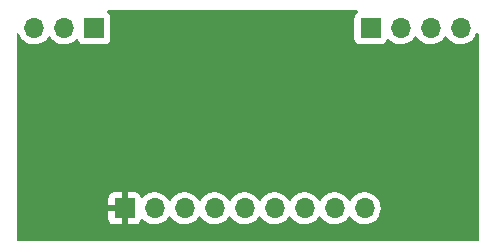
<source format=gbr>
%TF.GenerationSoftware,KiCad,Pcbnew,(6.0.0-0)*%
%TF.CreationDate,2022-07-05T21:41:23-04:00*%
%TF.ProjectId,IO-VGA-DAC,494f2d56-4741-42d4-9441-432e6b696361,rev?*%
%TF.SameCoordinates,Original*%
%TF.FileFunction,Copper,L2,Bot*%
%TF.FilePolarity,Positive*%
%FSLAX46Y46*%
G04 Gerber Fmt 4.6, Leading zero omitted, Abs format (unit mm)*
G04 Created by KiCad (PCBNEW (6.0.0-0)) date 2022-07-05 21:41:23*
%MOMM*%
%LPD*%
G01*
G04 APERTURE LIST*
%TA.AperFunction,ComponentPad*%
%ADD10O,1.700000X1.700000*%
%TD*%
%TA.AperFunction,ComponentPad*%
%ADD11R,1.700000X1.700000*%
%TD*%
%TA.AperFunction,ViaPad*%
%ADD12C,0.800000*%
%TD*%
G04 APERTURE END LIST*
D10*
%TO.P,J2,9,Pin_9*%
%TO.N,COLOR0*%
X172720000Y-130810000D03*
%TO.P,J2,8,Pin_8*%
%TO.N,COLOR1*%
X170180000Y-130810000D03*
%TO.P,J2,7,Pin_7*%
%TO.N,COLOR2*%
X167640000Y-130810000D03*
%TO.P,J2,6,Pin_6*%
%TO.N,COLOR3*%
X165100000Y-130810000D03*
%TO.P,J2,5,Pin_5*%
%TO.N,COLOR4*%
X162560000Y-130810000D03*
%TO.P,J2,4,Pin_4*%
%TO.N,COLOR5*%
X160020000Y-130810000D03*
%TO.P,J2,3,Pin_3*%
%TO.N,COLOR6*%
X157480000Y-130810000D03*
%TO.P,J2,2,Pin_2*%
%TO.N,COLOR7*%
X154940000Y-130810000D03*
D11*
%TO.P,J2,1,Pin_1*%
%TO.N,GND*%
X152400000Y-130810000D03*
%TD*%
%TO.P,J4,1,Pin_1*%
%TO.N,unconnected-(J4-Pad1)*%
X173228000Y-115570000D03*
D10*
%TO.P,J4,2,Pin_2*%
%TO.N,unconnected-(J4-Pad2)*%
X175768000Y-115570000D03*
%TO.P,J4,3,Pin_3*%
%TO.N,unconnected-(J4-Pad3)*%
X178308000Y-115570000D03*
%TO.P,J4,4,Pin_4*%
%TO.N,unconnected-(J4-Pad4)*%
X180848000Y-115570000D03*
%TD*%
D11*
%TO.P,J1,1,Pin_1*%
%TO.N,VGA_RED*%
X149845000Y-115570000D03*
D10*
%TO.P,J1,2,Pin_2*%
%TO.N,VGA_GREEN*%
X147305000Y-115570000D03*
%TO.P,J1,3,Pin_3*%
%TO.N,VGA_BLUE*%
X144765000Y-115570000D03*
%TD*%
D12*
%TO.N,GND*%
X173228000Y-119888000D03*
X152908000Y-121666000D03*
X164592000Y-119888000D03*
%TD*%
%TA.AperFunction,Conductor*%
%TO.N,GND*%
G36*
X172119260Y-114066002D02*
G01*
X172165753Y-114119658D01*
X172175857Y-114189932D01*
X172146363Y-114254512D01*
X172126705Y-114272825D01*
X172014739Y-114356739D01*
X171927385Y-114473295D01*
X171876255Y-114609684D01*
X171869500Y-114671866D01*
X171869500Y-116468134D01*
X171876255Y-116530316D01*
X171927385Y-116666705D01*
X172014739Y-116783261D01*
X172131295Y-116870615D01*
X172267684Y-116921745D01*
X172329866Y-116928500D01*
X174126134Y-116928500D01*
X174188316Y-116921745D01*
X174324705Y-116870615D01*
X174441261Y-116783261D01*
X174528615Y-116666705D01*
X174550799Y-116607529D01*
X174572598Y-116549382D01*
X174615240Y-116492618D01*
X174681802Y-116467918D01*
X174751150Y-116483126D01*
X174785817Y-116511114D01*
X174814250Y-116543938D01*
X174986126Y-116686632D01*
X175179000Y-116799338D01*
X175387692Y-116879030D01*
X175392760Y-116880061D01*
X175392763Y-116880062D01*
X175500017Y-116901883D01*
X175606597Y-116923567D01*
X175611772Y-116923757D01*
X175611774Y-116923757D01*
X175824673Y-116931564D01*
X175824677Y-116931564D01*
X175829837Y-116931753D01*
X175834957Y-116931097D01*
X175834959Y-116931097D01*
X176046288Y-116904025D01*
X176046289Y-116904025D01*
X176051416Y-116903368D01*
X176056366Y-116901883D01*
X176260429Y-116840661D01*
X176260434Y-116840659D01*
X176265384Y-116839174D01*
X176465994Y-116740896D01*
X176647860Y-116611173D01*
X176806096Y-116453489D01*
X176865594Y-116370689D01*
X176936453Y-116272077D01*
X176937776Y-116273028D01*
X176984645Y-116229857D01*
X177054580Y-116217625D01*
X177120026Y-116245144D01*
X177147875Y-116276994D01*
X177207987Y-116375088D01*
X177354250Y-116543938D01*
X177526126Y-116686632D01*
X177719000Y-116799338D01*
X177927692Y-116879030D01*
X177932760Y-116880061D01*
X177932763Y-116880062D01*
X178040017Y-116901883D01*
X178146597Y-116923567D01*
X178151772Y-116923757D01*
X178151774Y-116923757D01*
X178364673Y-116931564D01*
X178364677Y-116931564D01*
X178369837Y-116931753D01*
X178374957Y-116931097D01*
X178374959Y-116931097D01*
X178586288Y-116904025D01*
X178586289Y-116904025D01*
X178591416Y-116903368D01*
X178596366Y-116901883D01*
X178800429Y-116840661D01*
X178800434Y-116840659D01*
X178805384Y-116839174D01*
X179005994Y-116740896D01*
X179187860Y-116611173D01*
X179346096Y-116453489D01*
X179405594Y-116370689D01*
X179476453Y-116272077D01*
X179477776Y-116273028D01*
X179524645Y-116229857D01*
X179594580Y-116217625D01*
X179660026Y-116245144D01*
X179687875Y-116276994D01*
X179747987Y-116375088D01*
X179894250Y-116543938D01*
X180066126Y-116686632D01*
X180259000Y-116799338D01*
X180467692Y-116879030D01*
X180472760Y-116880061D01*
X180472763Y-116880062D01*
X180580017Y-116901883D01*
X180686597Y-116923567D01*
X180691772Y-116923757D01*
X180691774Y-116923757D01*
X180904673Y-116931564D01*
X180904677Y-116931564D01*
X180909837Y-116931753D01*
X180914957Y-116931097D01*
X180914959Y-116931097D01*
X181126288Y-116904025D01*
X181126289Y-116904025D01*
X181131416Y-116903368D01*
X181136366Y-116901883D01*
X181340429Y-116840661D01*
X181340434Y-116840659D01*
X181345384Y-116839174D01*
X181545994Y-116740896D01*
X181727860Y-116611173D01*
X181886096Y-116453489D01*
X181945594Y-116370689D01*
X182013435Y-116276277D01*
X182016453Y-116272077D01*
X182037320Y-116229857D01*
X182113136Y-116076453D01*
X182113137Y-116076451D01*
X182115430Y-116071811D01*
X182125442Y-116038858D01*
X182164383Y-115979494D01*
X182229237Y-115950607D01*
X182299413Y-115961369D01*
X182352631Y-116008362D01*
X182372000Y-116075487D01*
X182372000Y-133478000D01*
X182351998Y-133546121D01*
X182298342Y-133592614D01*
X182246000Y-133604000D01*
X143382000Y-133604000D01*
X143313879Y-133583998D01*
X143267386Y-133530342D01*
X143256000Y-133478000D01*
X143256000Y-131704669D01*
X151042001Y-131704669D01*
X151042371Y-131711490D01*
X151047895Y-131762352D01*
X151051521Y-131777604D01*
X151096676Y-131898054D01*
X151105214Y-131913649D01*
X151181715Y-132015724D01*
X151194276Y-132028285D01*
X151296351Y-132104786D01*
X151311946Y-132113324D01*
X151432394Y-132158478D01*
X151447649Y-132162105D01*
X151498514Y-132167631D01*
X151505328Y-132168000D01*
X152127885Y-132168000D01*
X152143124Y-132163525D01*
X152144329Y-132162135D01*
X152146000Y-132154452D01*
X152146000Y-132149884D01*
X152654000Y-132149884D01*
X152658475Y-132165123D01*
X152659865Y-132166328D01*
X152667548Y-132167999D01*
X153294669Y-132167999D01*
X153301490Y-132167629D01*
X153352352Y-132162105D01*
X153367604Y-132158479D01*
X153488054Y-132113324D01*
X153503649Y-132104786D01*
X153605724Y-132028285D01*
X153618285Y-132015724D01*
X153694786Y-131913649D01*
X153703324Y-131898054D01*
X153744225Y-131788952D01*
X153786867Y-131732188D01*
X153853428Y-131707488D01*
X153922777Y-131722696D01*
X153957444Y-131750684D01*
X153982865Y-131780031D01*
X153982869Y-131780035D01*
X153986250Y-131783938D01*
X154158126Y-131926632D01*
X154351000Y-132039338D01*
X154559692Y-132119030D01*
X154564760Y-132120061D01*
X154564763Y-132120062D01*
X154672017Y-132141883D01*
X154778597Y-132163567D01*
X154783772Y-132163757D01*
X154783774Y-132163757D01*
X154996673Y-132171564D01*
X154996677Y-132171564D01*
X155001837Y-132171753D01*
X155006957Y-132171097D01*
X155006959Y-132171097D01*
X155218288Y-132144025D01*
X155218289Y-132144025D01*
X155223416Y-132143368D01*
X155228366Y-132141883D01*
X155432429Y-132080661D01*
X155432434Y-132080659D01*
X155437384Y-132079174D01*
X155637994Y-131980896D01*
X155819860Y-131851173D01*
X155978096Y-131693489D01*
X156108453Y-131512077D01*
X156109776Y-131513028D01*
X156156645Y-131469857D01*
X156226580Y-131457625D01*
X156292026Y-131485144D01*
X156319875Y-131516994D01*
X156379987Y-131615088D01*
X156526250Y-131783938D01*
X156698126Y-131926632D01*
X156891000Y-132039338D01*
X157099692Y-132119030D01*
X157104760Y-132120061D01*
X157104763Y-132120062D01*
X157212017Y-132141883D01*
X157318597Y-132163567D01*
X157323772Y-132163757D01*
X157323774Y-132163757D01*
X157536673Y-132171564D01*
X157536677Y-132171564D01*
X157541837Y-132171753D01*
X157546957Y-132171097D01*
X157546959Y-132171097D01*
X157758288Y-132144025D01*
X157758289Y-132144025D01*
X157763416Y-132143368D01*
X157768366Y-132141883D01*
X157972429Y-132080661D01*
X157972434Y-132080659D01*
X157977384Y-132079174D01*
X158177994Y-131980896D01*
X158359860Y-131851173D01*
X158518096Y-131693489D01*
X158648453Y-131512077D01*
X158649776Y-131513028D01*
X158696645Y-131469857D01*
X158766580Y-131457625D01*
X158832026Y-131485144D01*
X158859875Y-131516994D01*
X158919987Y-131615088D01*
X159066250Y-131783938D01*
X159238126Y-131926632D01*
X159431000Y-132039338D01*
X159639692Y-132119030D01*
X159644760Y-132120061D01*
X159644763Y-132120062D01*
X159752017Y-132141883D01*
X159858597Y-132163567D01*
X159863772Y-132163757D01*
X159863774Y-132163757D01*
X160076673Y-132171564D01*
X160076677Y-132171564D01*
X160081837Y-132171753D01*
X160086957Y-132171097D01*
X160086959Y-132171097D01*
X160298288Y-132144025D01*
X160298289Y-132144025D01*
X160303416Y-132143368D01*
X160308366Y-132141883D01*
X160512429Y-132080661D01*
X160512434Y-132080659D01*
X160517384Y-132079174D01*
X160717994Y-131980896D01*
X160899860Y-131851173D01*
X161058096Y-131693489D01*
X161188453Y-131512077D01*
X161189776Y-131513028D01*
X161236645Y-131469857D01*
X161306580Y-131457625D01*
X161372026Y-131485144D01*
X161399875Y-131516994D01*
X161459987Y-131615088D01*
X161606250Y-131783938D01*
X161778126Y-131926632D01*
X161971000Y-132039338D01*
X162179692Y-132119030D01*
X162184760Y-132120061D01*
X162184763Y-132120062D01*
X162292017Y-132141883D01*
X162398597Y-132163567D01*
X162403772Y-132163757D01*
X162403774Y-132163757D01*
X162616673Y-132171564D01*
X162616677Y-132171564D01*
X162621837Y-132171753D01*
X162626957Y-132171097D01*
X162626959Y-132171097D01*
X162838288Y-132144025D01*
X162838289Y-132144025D01*
X162843416Y-132143368D01*
X162848366Y-132141883D01*
X163052429Y-132080661D01*
X163052434Y-132080659D01*
X163057384Y-132079174D01*
X163257994Y-131980896D01*
X163439860Y-131851173D01*
X163598096Y-131693489D01*
X163728453Y-131512077D01*
X163729776Y-131513028D01*
X163776645Y-131469857D01*
X163846580Y-131457625D01*
X163912026Y-131485144D01*
X163939875Y-131516994D01*
X163999987Y-131615088D01*
X164146250Y-131783938D01*
X164318126Y-131926632D01*
X164511000Y-132039338D01*
X164719692Y-132119030D01*
X164724760Y-132120061D01*
X164724763Y-132120062D01*
X164832017Y-132141883D01*
X164938597Y-132163567D01*
X164943772Y-132163757D01*
X164943774Y-132163757D01*
X165156673Y-132171564D01*
X165156677Y-132171564D01*
X165161837Y-132171753D01*
X165166957Y-132171097D01*
X165166959Y-132171097D01*
X165378288Y-132144025D01*
X165378289Y-132144025D01*
X165383416Y-132143368D01*
X165388366Y-132141883D01*
X165592429Y-132080661D01*
X165592434Y-132080659D01*
X165597384Y-132079174D01*
X165797994Y-131980896D01*
X165979860Y-131851173D01*
X166138096Y-131693489D01*
X166268453Y-131512077D01*
X166269776Y-131513028D01*
X166316645Y-131469857D01*
X166386580Y-131457625D01*
X166452026Y-131485144D01*
X166479875Y-131516994D01*
X166539987Y-131615088D01*
X166686250Y-131783938D01*
X166858126Y-131926632D01*
X167051000Y-132039338D01*
X167259692Y-132119030D01*
X167264760Y-132120061D01*
X167264763Y-132120062D01*
X167372017Y-132141883D01*
X167478597Y-132163567D01*
X167483772Y-132163757D01*
X167483774Y-132163757D01*
X167696673Y-132171564D01*
X167696677Y-132171564D01*
X167701837Y-132171753D01*
X167706957Y-132171097D01*
X167706959Y-132171097D01*
X167918288Y-132144025D01*
X167918289Y-132144025D01*
X167923416Y-132143368D01*
X167928366Y-132141883D01*
X168132429Y-132080661D01*
X168132434Y-132080659D01*
X168137384Y-132079174D01*
X168337994Y-131980896D01*
X168519860Y-131851173D01*
X168678096Y-131693489D01*
X168808453Y-131512077D01*
X168809776Y-131513028D01*
X168856645Y-131469857D01*
X168926580Y-131457625D01*
X168992026Y-131485144D01*
X169019875Y-131516994D01*
X169079987Y-131615088D01*
X169226250Y-131783938D01*
X169398126Y-131926632D01*
X169591000Y-132039338D01*
X169799692Y-132119030D01*
X169804760Y-132120061D01*
X169804763Y-132120062D01*
X169912017Y-132141883D01*
X170018597Y-132163567D01*
X170023772Y-132163757D01*
X170023774Y-132163757D01*
X170236673Y-132171564D01*
X170236677Y-132171564D01*
X170241837Y-132171753D01*
X170246957Y-132171097D01*
X170246959Y-132171097D01*
X170458288Y-132144025D01*
X170458289Y-132144025D01*
X170463416Y-132143368D01*
X170468366Y-132141883D01*
X170672429Y-132080661D01*
X170672434Y-132080659D01*
X170677384Y-132079174D01*
X170877994Y-131980896D01*
X171059860Y-131851173D01*
X171218096Y-131693489D01*
X171348453Y-131512077D01*
X171349776Y-131513028D01*
X171396645Y-131469857D01*
X171466580Y-131457625D01*
X171532026Y-131485144D01*
X171559875Y-131516994D01*
X171619987Y-131615088D01*
X171766250Y-131783938D01*
X171938126Y-131926632D01*
X172131000Y-132039338D01*
X172339692Y-132119030D01*
X172344760Y-132120061D01*
X172344763Y-132120062D01*
X172452017Y-132141883D01*
X172558597Y-132163567D01*
X172563772Y-132163757D01*
X172563774Y-132163757D01*
X172776673Y-132171564D01*
X172776677Y-132171564D01*
X172781837Y-132171753D01*
X172786957Y-132171097D01*
X172786959Y-132171097D01*
X172998288Y-132144025D01*
X172998289Y-132144025D01*
X173003416Y-132143368D01*
X173008366Y-132141883D01*
X173212429Y-132080661D01*
X173212434Y-132080659D01*
X173217384Y-132079174D01*
X173417994Y-131980896D01*
X173599860Y-131851173D01*
X173758096Y-131693489D01*
X173888453Y-131512077D01*
X173909320Y-131469857D01*
X173985136Y-131316453D01*
X173985137Y-131316451D01*
X173987430Y-131311811D01*
X174052370Y-131098069D01*
X174081529Y-130876590D01*
X174083156Y-130810000D01*
X174064852Y-130587361D01*
X174010431Y-130370702D01*
X173921354Y-130165840D01*
X173800014Y-129978277D01*
X173649670Y-129813051D01*
X173645619Y-129809852D01*
X173645615Y-129809848D01*
X173478414Y-129677800D01*
X173478410Y-129677798D01*
X173474359Y-129674598D01*
X173278789Y-129566638D01*
X173273920Y-129564914D01*
X173273916Y-129564912D01*
X173073087Y-129493795D01*
X173073083Y-129493794D01*
X173068212Y-129492069D01*
X173063119Y-129491162D01*
X173063116Y-129491161D01*
X172853373Y-129453800D01*
X172853367Y-129453799D01*
X172848284Y-129452894D01*
X172774452Y-129451992D01*
X172630081Y-129450228D01*
X172630079Y-129450228D01*
X172624911Y-129450165D01*
X172404091Y-129483955D01*
X172191756Y-129553357D01*
X171993607Y-129656507D01*
X171989474Y-129659610D01*
X171989471Y-129659612D01*
X171906450Y-129721946D01*
X171814965Y-129790635D01*
X171660629Y-129952138D01*
X171553201Y-130109621D01*
X171498293Y-130154621D01*
X171427768Y-130162792D01*
X171364021Y-130131538D01*
X171343324Y-130107054D01*
X171262822Y-129982617D01*
X171262820Y-129982614D01*
X171260014Y-129978277D01*
X171109670Y-129813051D01*
X171105619Y-129809852D01*
X171105615Y-129809848D01*
X170938414Y-129677800D01*
X170938410Y-129677798D01*
X170934359Y-129674598D01*
X170738789Y-129566638D01*
X170733920Y-129564914D01*
X170733916Y-129564912D01*
X170533087Y-129493795D01*
X170533083Y-129493794D01*
X170528212Y-129492069D01*
X170523119Y-129491162D01*
X170523116Y-129491161D01*
X170313373Y-129453800D01*
X170313367Y-129453799D01*
X170308284Y-129452894D01*
X170234452Y-129451992D01*
X170090081Y-129450228D01*
X170090079Y-129450228D01*
X170084911Y-129450165D01*
X169864091Y-129483955D01*
X169651756Y-129553357D01*
X169453607Y-129656507D01*
X169449474Y-129659610D01*
X169449471Y-129659612D01*
X169366450Y-129721946D01*
X169274965Y-129790635D01*
X169120629Y-129952138D01*
X169013201Y-130109621D01*
X168958293Y-130154621D01*
X168887768Y-130162792D01*
X168824021Y-130131538D01*
X168803324Y-130107054D01*
X168722822Y-129982617D01*
X168722820Y-129982614D01*
X168720014Y-129978277D01*
X168569670Y-129813051D01*
X168565619Y-129809852D01*
X168565615Y-129809848D01*
X168398414Y-129677800D01*
X168398410Y-129677798D01*
X168394359Y-129674598D01*
X168198789Y-129566638D01*
X168193920Y-129564914D01*
X168193916Y-129564912D01*
X167993087Y-129493795D01*
X167993083Y-129493794D01*
X167988212Y-129492069D01*
X167983119Y-129491162D01*
X167983116Y-129491161D01*
X167773373Y-129453800D01*
X167773367Y-129453799D01*
X167768284Y-129452894D01*
X167694452Y-129451992D01*
X167550081Y-129450228D01*
X167550079Y-129450228D01*
X167544911Y-129450165D01*
X167324091Y-129483955D01*
X167111756Y-129553357D01*
X166913607Y-129656507D01*
X166909474Y-129659610D01*
X166909471Y-129659612D01*
X166826450Y-129721946D01*
X166734965Y-129790635D01*
X166580629Y-129952138D01*
X166473201Y-130109621D01*
X166418293Y-130154621D01*
X166347768Y-130162792D01*
X166284021Y-130131538D01*
X166263324Y-130107054D01*
X166182822Y-129982617D01*
X166182820Y-129982614D01*
X166180014Y-129978277D01*
X166029670Y-129813051D01*
X166025619Y-129809852D01*
X166025615Y-129809848D01*
X165858414Y-129677800D01*
X165858410Y-129677798D01*
X165854359Y-129674598D01*
X165658789Y-129566638D01*
X165653920Y-129564914D01*
X165653916Y-129564912D01*
X165453087Y-129493795D01*
X165453083Y-129493794D01*
X165448212Y-129492069D01*
X165443119Y-129491162D01*
X165443116Y-129491161D01*
X165233373Y-129453800D01*
X165233367Y-129453799D01*
X165228284Y-129452894D01*
X165154452Y-129451992D01*
X165010081Y-129450228D01*
X165010079Y-129450228D01*
X165004911Y-129450165D01*
X164784091Y-129483955D01*
X164571756Y-129553357D01*
X164373607Y-129656507D01*
X164369474Y-129659610D01*
X164369471Y-129659612D01*
X164286450Y-129721946D01*
X164194965Y-129790635D01*
X164040629Y-129952138D01*
X163933201Y-130109621D01*
X163878293Y-130154621D01*
X163807768Y-130162792D01*
X163744021Y-130131538D01*
X163723324Y-130107054D01*
X163642822Y-129982617D01*
X163642820Y-129982614D01*
X163640014Y-129978277D01*
X163489670Y-129813051D01*
X163485619Y-129809852D01*
X163485615Y-129809848D01*
X163318414Y-129677800D01*
X163318410Y-129677798D01*
X163314359Y-129674598D01*
X163118789Y-129566638D01*
X163113920Y-129564914D01*
X163113916Y-129564912D01*
X162913087Y-129493795D01*
X162913083Y-129493794D01*
X162908212Y-129492069D01*
X162903119Y-129491162D01*
X162903116Y-129491161D01*
X162693373Y-129453800D01*
X162693367Y-129453799D01*
X162688284Y-129452894D01*
X162614452Y-129451992D01*
X162470081Y-129450228D01*
X162470079Y-129450228D01*
X162464911Y-129450165D01*
X162244091Y-129483955D01*
X162031756Y-129553357D01*
X161833607Y-129656507D01*
X161829474Y-129659610D01*
X161829471Y-129659612D01*
X161746450Y-129721946D01*
X161654965Y-129790635D01*
X161500629Y-129952138D01*
X161393201Y-130109621D01*
X161338293Y-130154621D01*
X161267768Y-130162792D01*
X161204021Y-130131538D01*
X161183324Y-130107054D01*
X161102822Y-129982617D01*
X161102820Y-129982614D01*
X161100014Y-129978277D01*
X160949670Y-129813051D01*
X160945619Y-129809852D01*
X160945615Y-129809848D01*
X160778414Y-129677800D01*
X160778410Y-129677798D01*
X160774359Y-129674598D01*
X160578789Y-129566638D01*
X160573920Y-129564914D01*
X160573916Y-129564912D01*
X160373087Y-129493795D01*
X160373083Y-129493794D01*
X160368212Y-129492069D01*
X160363119Y-129491162D01*
X160363116Y-129491161D01*
X160153373Y-129453800D01*
X160153367Y-129453799D01*
X160148284Y-129452894D01*
X160074452Y-129451992D01*
X159930081Y-129450228D01*
X159930079Y-129450228D01*
X159924911Y-129450165D01*
X159704091Y-129483955D01*
X159491756Y-129553357D01*
X159293607Y-129656507D01*
X159289474Y-129659610D01*
X159289471Y-129659612D01*
X159206450Y-129721946D01*
X159114965Y-129790635D01*
X158960629Y-129952138D01*
X158853201Y-130109621D01*
X158798293Y-130154621D01*
X158727768Y-130162792D01*
X158664021Y-130131538D01*
X158643324Y-130107054D01*
X158562822Y-129982617D01*
X158562820Y-129982614D01*
X158560014Y-129978277D01*
X158409670Y-129813051D01*
X158405619Y-129809852D01*
X158405615Y-129809848D01*
X158238414Y-129677800D01*
X158238410Y-129677798D01*
X158234359Y-129674598D01*
X158038789Y-129566638D01*
X158033920Y-129564914D01*
X158033916Y-129564912D01*
X157833087Y-129493795D01*
X157833083Y-129493794D01*
X157828212Y-129492069D01*
X157823119Y-129491162D01*
X157823116Y-129491161D01*
X157613373Y-129453800D01*
X157613367Y-129453799D01*
X157608284Y-129452894D01*
X157534452Y-129451992D01*
X157390081Y-129450228D01*
X157390079Y-129450228D01*
X157384911Y-129450165D01*
X157164091Y-129483955D01*
X156951756Y-129553357D01*
X156753607Y-129656507D01*
X156749474Y-129659610D01*
X156749471Y-129659612D01*
X156666450Y-129721946D01*
X156574965Y-129790635D01*
X156420629Y-129952138D01*
X156313201Y-130109621D01*
X156258293Y-130154621D01*
X156187768Y-130162792D01*
X156124021Y-130131538D01*
X156103324Y-130107054D01*
X156022822Y-129982617D01*
X156022820Y-129982614D01*
X156020014Y-129978277D01*
X155869670Y-129813051D01*
X155865619Y-129809852D01*
X155865615Y-129809848D01*
X155698414Y-129677800D01*
X155698410Y-129677798D01*
X155694359Y-129674598D01*
X155498789Y-129566638D01*
X155493920Y-129564914D01*
X155493916Y-129564912D01*
X155293087Y-129493795D01*
X155293083Y-129493794D01*
X155288212Y-129492069D01*
X155283119Y-129491162D01*
X155283116Y-129491161D01*
X155073373Y-129453800D01*
X155073367Y-129453799D01*
X155068284Y-129452894D01*
X154994452Y-129451992D01*
X154850081Y-129450228D01*
X154850079Y-129450228D01*
X154844911Y-129450165D01*
X154624091Y-129483955D01*
X154411756Y-129553357D01*
X154213607Y-129656507D01*
X154209474Y-129659610D01*
X154209471Y-129659612D01*
X154126450Y-129721946D01*
X154034965Y-129790635D01*
X154031393Y-129794373D01*
X153953898Y-129875466D01*
X153892374Y-129910895D01*
X153821462Y-129907438D01*
X153763676Y-129866192D01*
X153744823Y-129832644D01*
X153703324Y-129721946D01*
X153694786Y-129706351D01*
X153618285Y-129604276D01*
X153605724Y-129591715D01*
X153503649Y-129515214D01*
X153488054Y-129506676D01*
X153367606Y-129461522D01*
X153352351Y-129457895D01*
X153301486Y-129452369D01*
X153294672Y-129452000D01*
X152672115Y-129452000D01*
X152656876Y-129456475D01*
X152655671Y-129457865D01*
X152654000Y-129465548D01*
X152654000Y-132149884D01*
X152146000Y-132149884D01*
X152146000Y-131082115D01*
X152141525Y-131066876D01*
X152140135Y-131065671D01*
X152132452Y-131064000D01*
X151060116Y-131064000D01*
X151044877Y-131068475D01*
X151043672Y-131069865D01*
X151042001Y-131077548D01*
X151042001Y-131704669D01*
X143256000Y-131704669D01*
X143256000Y-130537885D01*
X151042000Y-130537885D01*
X151046475Y-130553124D01*
X151047865Y-130554329D01*
X151055548Y-130556000D01*
X152127885Y-130556000D01*
X152143124Y-130551525D01*
X152144329Y-130550135D01*
X152146000Y-130542452D01*
X152146000Y-129470116D01*
X152141525Y-129454877D01*
X152140135Y-129453672D01*
X152132452Y-129452001D01*
X151505331Y-129452001D01*
X151498510Y-129452371D01*
X151447648Y-129457895D01*
X151432396Y-129461521D01*
X151311946Y-129506676D01*
X151296351Y-129515214D01*
X151194276Y-129591715D01*
X151181715Y-129604276D01*
X151105214Y-129706351D01*
X151096676Y-129721946D01*
X151051522Y-129842394D01*
X151047895Y-129857649D01*
X151042369Y-129908514D01*
X151042000Y-129915328D01*
X151042000Y-130537885D01*
X143256000Y-130537885D01*
X143256000Y-116110059D01*
X143276002Y-116041938D01*
X143329658Y-115995445D01*
X143399932Y-115985341D01*
X143464512Y-116014835D01*
X143498743Y-116062655D01*
X143503954Y-116075487D01*
X143548266Y-116184616D01*
X143585685Y-116245678D01*
X143662291Y-116370688D01*
X143664987Y-116375088D01*
X143811250Y-116543938D01*
X143983126Y-116686632D01*
X144176000Y-116799338D01*
X144384692Y-116879030D01*
X144389760Y-116880061D01*
X144389763Y-116880062D01*
X144497017Y-116901883D01*
X144603597Y-116923567D01*
X144608772Y-116923757D01*
X144608774Y-116923757D01*
X144821673Y-116931564D01*
X144821677Y-116931564D01*
X144826837Y-116931753D01*
X144831957Y-116931097D01*
X144831959Y-116931097D01*
X145043288Y-116904025D01*
X145043289Y-116904025D01*
X145048416Y-116903368D01*
X145053366Y-116901883D01*
X145257429Y-116840661D01*
X145257434Y-116840659D01*
X145262384Y-116839174D01*
X145462994Y-116740896D01*
X145644860Y-116611173D01*
X145803096Y-116453489D01*
X145862594Y-116370689D01*
X145933453Y-116272077D01*
X145934776Y-116273028D01*
X145981645Y-116229857D01*
X146051580Y-116217625D01*
X146117026Y-116245144D01*
X146144875Y-116276994D01*
X146204987Y-116375088D01*
X146351250Y-116543938D01*
X146523126Y-116686632D01*
X146716000Y-116799338D01*
X146924692Y-116879030D01*
X146929760Y-116880061D01*
X146929763Y-116880062D01*
X147037017Y-116901883D01*
X147143597Y-116923567D01*
X147148772Y-116923757D01*
X147148774Y-116923757D01*
X147361673Y-116931564D01*
X147361677Y-116931564D01*
X147366837Y-116931753D01*
X147371957Y-116931097D01*
X147371959Y-116931097D01*
X147583288Y-116904025D01*
X147583289Y-116904025D01*
X147588416Y-116903368D01*
X147593366Y-116901883D01*
X147797429Y-116840661D01*
X147797434Y-116840659D01*
X147802384Y-116839174D01*
X148002994Y-116740896D01*
X148184860Y-116611173D01*
X148293091Y-116503319D01*
X148355462Y-116469404D01*
X148426268Y-116474592D01*
X148483030Y-116517238D01*
X148500012Y-116548341D01*
X148522201Y-116607529D01*
X148544385Y-116666705D01*
X148631739Y-116783261D01*
X148748295Y-116870615D01*
X148884684Y-116921745D01*
X148946866Y-116928500D01*
X150743134Y-116928500D01*
X150805316Y-116921745D01*
X150941705Y-116870615D01*
X151058261Y-116783261D01*
X151145615Y-116666705D01*
X151196745Y-116530316D01*
X151203500Y-116468134D01*
X151203500Y-114671866D01*
X151196745Y-114609684D01*
X151145615Y-114473295D01*
X151058261Y-114356739D01*
X150946296Y-114272825D01*
X150903781Y-114215967D01*
X150898755Y-114145148D01*
X150932815Y-114082855D01*
X150995146Y-114048865D01*
X151021861Y-114046000D01*
X172051139Y-114046000D01*
X172119260Y-114066002D01*
G37*
%TD.AperFunction*%
%TD*%
M02*

</source>
